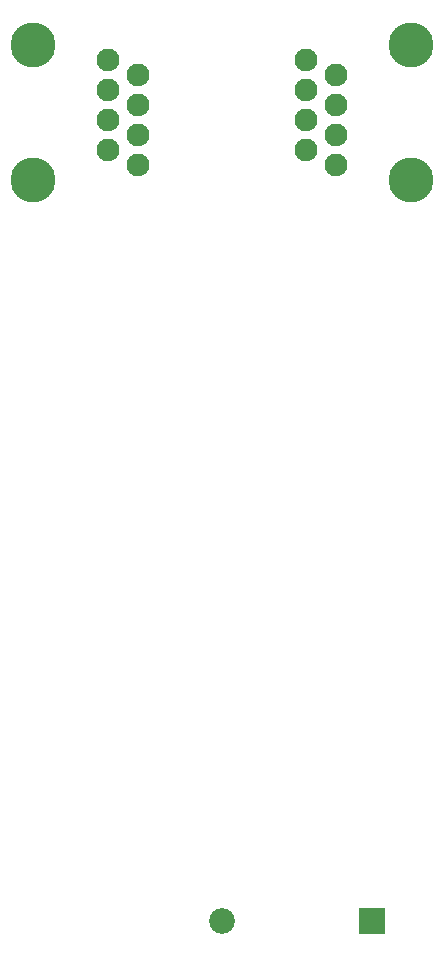
<source format=gbr>
G04 start of page 7 for group -4062 idx -4062 *
G04 Title: (unknown), soldermask *
G04 Creator: pcb 20140316 *
G04 CreationDate: Wed 08 Jun 2016 07:53:43 PM GMT UTC *
G04 For: ndholmes *
G04 Format: Gerber/RS-274X *
G04 PCB-Dimensions (mil): 1900.00 3250.00 *
G04 PCB-Coordinate-Origin: lower left *
%MOIN*%
%FSLAX25Y25*%
%LNBOTTOMMASK*%
%ADD61C,0.0860*%
%ADD60C,0.0001*%
%ADD59C,0.1500*%
%ADD58C,0.0760*%
G54D58*X133000Y276500D03*
X123000Y281500D03*
X133000Y286500D03*
X123000Y291500D03*
X133000Y296500D03*
X123000Y301500D03*
X133000Y306500D03*
X123000Y311500D03*
G54D59*X158000Y271500D03*
Y316500D03*
G54D60*G36*
X140700Y28800D02*Y20200D01*
X149300D01*
Y28800D01*
X140700D01*
G37*
G54D61*X95000Y24500D03*
G54D58*X67000Y296500D03*
X57000Y291500D03*
X67000Y286500D03*
X57000Y281500D03*
Y311500D03*
X67000Y306500D03*
X57000Y301500D03*
X67000Y276500D03*
G54D59*X32000Y316500D03*
Y271500D03*
M02*

</source>
